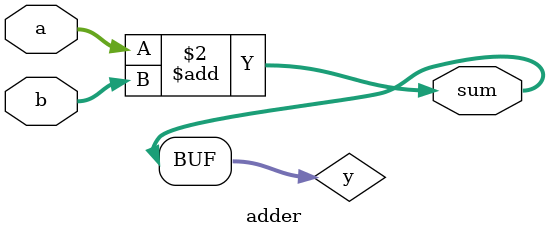
<source format=sv>
`ifndef ADDER
`define ADDER

`timescale 1ns/100ps

module adder
  #(parameter n = 16)(
    //
    // ---------------- PORT DEFINITIONS ----------------
    //
    input[(n-1):0] a, b,
    output[(n-1):0] sum

);
    //
    // ---------------- MODULE DESIGN IMPLEMENTATION ----------------
    //
  
  reg[(n-1):0] y;
  
  initial begin
        y = 0;
    end
  
  always @(*) begin
    y <= a + b;
  end
  assign sum = y;

endmodule

`endif // ADDER
</source>
